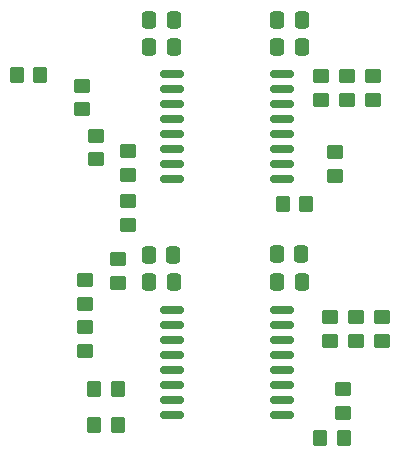
<source format=gtp>
G04 #@! TF.GenerationSoftware,KiCad,Pcbnew,(6.0.6)*
G04 #@! TF.CreationDate,2024-05-02T18:03:26+02:00*
G04 #@! TF.ProjectId,digital-isolator-2t6r,64696769-7461-46c2-9d69-736f6c61746f,rev?*
G04 #@! TF.SameCoordinates,Original*
G04 #@! TF.FileFunction,Paste,Top*
G04 #@! TF.FilePolarity,Positive*
%FSLAX46Y46*%
G04 Gerber Fmt 4.6, Leading zero omitted, Abs format (unit mm)*
G04 Created by KiCad (PCBNEW (6.0.6)) date 2024-05-02 18:03:26*
%MOMM*%
%LPD*%
G01*
G04 APERTURE LIST*
G04 Aperture macros list*
%AMRoundRect*
0 Rectangle with rounded corners*
0 $1 Rounding radius*
0 $2 $3 $4 $5 $6 $7 $8 $9 X,Y pos of 4 corners*
0 Add a 4 corners polygon primitive as box body*
4,1,4,$2,$3,$4,$5,$6,$7,$8,$9,$2,$3,0*
0 Add four circle primitives for the rounded corners*
1,1,$1+$1,$2,$3*
1,1,$1+$1,$4,$5*
1,1,$1+$1,$6,$7*
1,1,$1+$1,$8,$9*
0 Add four rect primitives between the rounded corners*
20,1,$1+$1,$2,$3,$4,$5,0*
20,1,$1+$1,$4,$5,$6,$7,0*
20,1,$1+$1,$6,$7,$8,$9,0*
20,1,$1+$1,$8,$9,$2,$3,0*%
G04 Aperture macros list end*
%ADD10RoundRect,0.250000X0.450000X-0.350000X0.450000X0.350000X-0.450000X0.350000X-0.450000X-0.350000X0*%
%ADD11RoundRect,0.250000X-0.450000X0.350000X-0.450000X-0.350000X0.450000X-0.350000X0.450000X0.350000X0*%
%ADD12RoundRect,0.250000X-0.337500X-0.475000X0.337500X-0.475000X0.337500X0.475000X-0.337500X0.475000X0*%
%ADD13RoundRect,0.150000X-0.875000X-0.150000X0.875000X-0.150000X0.875000X0.150000X-0.875000X0.150000X0*%
%ADD14RoundRect,0.250000X0.337500X0.475000X-0.337500X0.475000X-0.337500X-0.475000X0.337500X-0.475000X0*%
%ADD15RoundRect,0.250000X0.350000X0.450000X-0.350000X0.450000X-0.350000X-0.450000X0.350000X-0.450000X0*%
%ADD16RoundRect,0.250000X-0.350000X-0.450000X0.350000X-0.450000X0.350000X0.450000X-0.350000X0.450000X0*%
G04 APERTURE END LIST*
D10*
X125800000Y-54200000D03*
X125800000Y-52200000D03*
D11*
X124020000Y-38260000D03*
X124020000Y-40260000D03*
X106476800Y-40150800D03*
X106476800Y-38150800D03*
X103759000Y-36846000D03*
X103759000Y-38846000D03*
D10*
X122800000Y-33800000D03*
X122800000Y-31800000D03*
D12*
X119135000Y-27020000D03*
X121210000Y-27020000D03*
D13*
X110210000Y-51645000D03*
X110210000Y-52915000D03*
X110210000Y-54185000D03*
X110210000Y-55455000D03*
X110210000Y-56725000D03*
X110210000Y-57995000D03*
X110210000Y-59265000D03*
X110210000Y-60535000D03*
X119510000Y-60535000D03*
X119510000Y-59265000D03*
X119510000Y-57995000D03*
X119510000Y-56725000D03*
X119510000Y-55455000D03*
X119510000Y-54185000D03*
X119510000Y-52915000D03*
X119510000Y-51645000D03*
D14*
X110325000Y-46950000D03*
X108250000Y-46950000D03*
X110347500Y-27020000D03*
X108272500Y-27020000D03*
D11*
X124660000Y-58330000D03*
X124660000Y-60330000D03*
D10*
X102819200Y-51088800D03*
X102819200Y-49088800D03*
X125000000Y-33800000D03*
X125000000Y-31800000D03*
D13*
X110210000Y-31645000D03*
X110210000Y-32915000D03*
X110210000Y-34185000D03*
X110210000Y-35455000D03*
X110210000Y-36725000D03*
X110210000Y-37995000D03*
X110210000Y-39265000D03*
X110210000Y-40535000D03*
X119510000Y-40535000D03*
X119510000Y-39265000D03*
X119510000Y-37995000D03*
X119510000Y-36725000D03*
X119510000Y-35455000D03*
X119510000Y-34185000D03*
X119510000Y-32915000D03*
X119510000Y-31645000D03*
D10*
X127200000Y-33800000D03*
X127200000Y-31800000D03*
X105638600Y-49326800D03*
X105638600Y-47326800D03*
D14*
X110347500Y-29320000D03*
X108272500Y-29320000D03*
D10*
X123600000Y-54200000D03*
X123600000Y-52200000D03*
D12*
X119122500Y-29320000D03*
X121197500Y-29320000D03*
X119087500Y-46900000D03*
X121162500Y-46900000D03*
D15*
X99053400Y-31750000D03*
X97053400Y-31750000D03*
D10*
X128000000Y-54200000D03*
X128000000Y-52200000D03*
D14*
X110337500Y-49250000D03*
X108262500Y-49250000D03*
D15*
X105622600Y-58267600D03*
X103622600Y-58267600D03*
D12*
X119100000Y-49250000D03*
X121175000Y-49250000D03*
D16*
X121573800Y-42621200D03*
X119573800Y-42621200D03*
D10*
X102844600Y-53041800D03*
X102844600Y-55041800D03*
D11*
X106451400Y-44383200D03*
X106451400Y-42383200D03*
D15*
X105638600Y-61315600D03*
X103638600Y-61315600D03*
X124774200Y-62433200D03*
X122774200Y-62433200D03*
D10*
X102590600Y-32629600D03*
X102590600Y-34629600D03*
M02*

</source>
